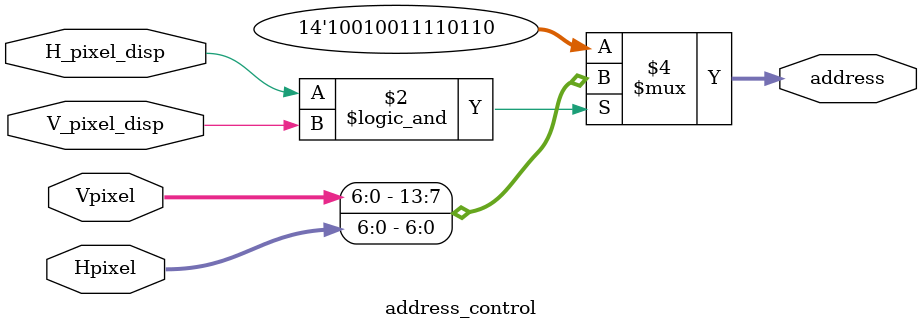
<source format=v>
`timescale 1ns/1ps
module address_control(H_pixel_disp, V_pixel_disp, Hpixel, Vpixel, address);
    input H_pixel_disp, V_pixel_disp;
    input [6:0] Vpixel, Hpixel;
    output reg [13:0] address;

    always@(H_pixel_disp or V_pixel_disp or Vpixel or Hpixel) begin
        if(H_pixel_disp && V_pixel_disp) begin
            address = {Vpixel, Hpixel};
        end else begin
            address = 14'b10010011110110;
        end
    end
endmodule
</source>
